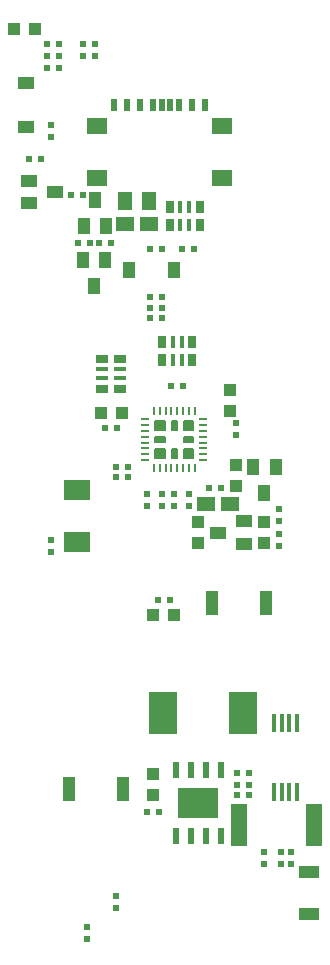
<source format=gbr>
G04 #@! TF.GenerationSoftware,KiCad,Pcbnew,5.1.0-rc2-unknown-036be7d~80~ubuntu16.04.1*
G04 #@! TF.CreationDate,2021-12-23T14:11:39+02:00*
G04 #@! TF.ProjectId,ESP32-PoE-ISO_Rev_I,45535033-322d-4506-9f45-2d49534f5f52,I*
G04 #@! TF.SameCoordinates,Original*
G04 #@! TF.FileFunction,Paste,Bot*
G04 #@! TF.FilePolarity,Positive*
%FSLAX46Y46*%
G04 Gerber Fmt 4.6, Leading zero omitted, Abs format (unit mm)*
G04 Created by KiCad (PCBNEW 5.1.0-rc2-unknown-036be7d~80~ubuntu16.04.1) date 2021-12-23 14:11:39*
%MOMM*%
%LPD*%
G04 APERTURE LIST*
%ADD10C,0.200000*%
%ADD11R,1.016000X1.016000*%
%ADD12R,0.500000X0.550000*%
%ADD13R,1.016000X2.032000*%
%ADD14R,2.400000X3.600000*%
%ADD15R,0.550000X0.500000*%
%ADD16R,1.270000X1.524000*%
%ADD17R,1.400000X1.000000*%
%ADD18R,1.000000X1.400000*%
%ADD19R,1.524000X1.270000*%
%ADD20R,1.778000X1.016000*%
%ADD21R,0.500000X1.000000*%
%ADD22R,1.754000X1.454000*%
%ADD23R,0.381000X1.016000*%
%ADD24R,0.635000X1.016000*%
%ADD25R,0.230000X0.780000*%
%ADD26R,0.780000X0.230000*%
%ADD27R,1.016000X0.381000*%
%ADD28R,1.016000X0.635000*%
%ADD29R,2.286000X1.778000*%
%ADD30R,0.350000X1.500000*%
%ADD31R,3.500000X2.600000*%
%ADD32R,0.600000X1.400000*%
%ADD33R,1.454000X3.654001*%
G04 APERTURE END LIST*
D10*
X107010000Y-137706000D02*
X107010000Y-138506000D01*
X106210000Y-137706000D02*
X107010000Y-137706000D01*
X106210000Y-138506000D02*
X106210000Y-137706000D01*
X107010000Y-138506000D02*
X106210000Y-138506000D01*
X107010000Y-138406000D02*
X106210000Y-138406000D01*
X107010000Y-138306000D02*
X106210000Y-138306000D01*
X107010000Y-138206000D02*
X106210000Y-138206000D01*
X107010000Y-138106000D02*
X106210000Y-138106000D01*
X107010000Y-138006000D02*
X106210000Y-138006000D01*
X107010000Y-137906000D02*
X106210000Y-137906000D01*
X107010000Y-137806000D02*
X106210000Y-137806000D01*
X104610000Y-137806000D02*
X103810000Y-137806000D01*
X104610000Y-137906000D02*
X103810000Y-137906000D01*
X104610000Y-138006000D02*
X103810000Y-138006000D01*
X104610000Y-138106000D02*
X103810000Y-138106000D01*
X104610000Y-138206000D02*
X103810000Y-138206000D01*
X104610000Y-138306000D02*
X103810000Y-138306000D01*
X104610000Y-138406000D02*
X103810000Y-138406000D01*
X104610000Y-138506000D02*
X103810000Y-138506000D01*
X103810000Y-138506000D02*
X103810000Y-137706000D01*
X103810000Y-137706000D02*
X104610000Y-137706000D01*
X104610000Y-137706000D02*
X104610000Y-138506000D01*
X107010000Y-135406000D02*
X106210000Y-135406000D01*
X107010000Y-135506000D02*
X106210000Y-135506000D01*
X107010000Y-135606000D02*
X106210000Y-135606000D01*
X107010000Y-135706000D02*
X106210000Y-135706000D01*
X107010000Y-135806000D02*
X106210000Y-135806000D01*
X107010000Y-135906000D02*
X106210000Y-135906000D01*
X107010000Y-136006000D02*
X106210000Y-136006000D01*
X107010000Y-136106000D02*
X106210000Y-136106000D01*
X106210000Y-136106000D02*
X106210000Y-135306000D01*
X106210000Y-135306000D02*
X107010000Y-135306000D01*
X107010000Y-135306000D02*
X107010000Y-136106000D01*
X104610000Y-135306000D02*
X104610000Y-136106000D01*
X103810000Y-135306000D02*
X104610000Y-135306000D01*
X103810000Y-136106000D02*
X103810000Y-135306000D01*
X104610000Y-136106000D02*
X103810000Y-136106000D01*
X104610000Y-136006000D02*
X103810000Y-136006000D01*
X104610000Y-135906000D02*
X103810000Y-135906000D01*
X104610000Y-135806000D02*
X103810000Y-135806000D01*
X104610000Y-135706000D02*
X103810000Y-135706000D01*
X104610000Y-135606000D02*
X103810000Y-135606000D01*
X104610000Y-135506000D02*
X103810000Y-135506000D01*
X104610000Y-135406000D02*
X103810000Y-135406000D01*
X105210000Y-138506000D02*
X105610000Y-138506000D01*
X105210000Y-137706000D02*
X105210000Y-138506000D01*
X105610000Y-137706000D02*
X105210000Y-137706000D01*
X105610000Y-138506000D02*
X105610000Y-137706000D01*
X105510000Y-138506000D02*
X105510000Y-137706000D01*
X105410000Y-138506000D02*
X105410000Y-137706000D01*
X105310000Y-138506000D02*
X105310000Y-137706000D01*
X105310000Y-136106000D02*
X105310000Y-135306000D01*
X105410000Y-136106000D02*
X105410000Y-135306000D01*
X105510000Y-136106000D02*
X105510000Y-135306000D01*
X105610000Y-136106000D02*
X105610000Y-135306000D01*
X105610000Y-135306000D02*
X105210000Y-135306000D01*
X105210000Y-135306000D02*
X105210000Y-136106000D01*
X105210000Y-136106000D02*
X105610000Y-136106000D01*
X107010000Y-136706000D02*
X107010000Y-137106000D01*
X106210000Y-136706000D02*
X107010000Y-136706000D01*
X106210000Y-137106000D02*
X106210000Y-136706000D01*
X107010000Y-137106000D02*
X106210000Y-137106000D01*
X107010000Y-137006000D02*
X106210000Y-137006000D01*
X106210000Y-136906000D02*
X107010000Y-136906000D01*
X107010000Y-136806000D02*
X106210000Y-136806000D01*
X104610000Y-136806000D02*
X103810000Y-136806000D01*
X103810000Y-136906000D02*
X104610000Y-136906000D01*
X104610000Y-137006000D02*
X103810000Y-137006000D01*
X104610000Y-137106000D02*
X103810000Y-137106000D01*
X103810000Y-137106000D02*
X103810000Y-136706000D01*
X103810000Y-136706000D02*
X104610000Y-136706000D01*
X104610000Y-136706000D02*
X104610000Y-137106000D01*
D11*
X91821000Y-102108000D03*
X93599000Y-102108000D03*
D12*
X97663000Y-103378000D03*
X98679000Y-103378000D03*
D13*
X101092000Y-166497000D03*
X96520000Y-166497000D03*
X113157000Y-150749000D03*
X108585000Y-150749000D03*
D14*
X104423000Y-160020000D03*
X111223000Y-160020000D03*
D15*
X94996000Y-145415000D03*
X94996000Y-146431000D03*
D12*
X94615000Y-104394000D03*
X95631000Y-104394000D03*
X94615000Y-103378000D03*
X95631000Y-103378000D03*
X95631000Y-105410000D03*
X94615000Y-105410000D03*
D11*
X105410000Y-151765000D03*
X103632000Y-151765000D03*
D15*
X114300000Y-142748000D03*
X114300000Y-143764000D03*
D11*
X113030000Y-143891000D03*
X113030000Y-145669000D03*
D16*
X103251000Y-116713000D03*
X101219000Y-116713000D03*
D12*
X106172000Y-132334000D03*
X105156000Y-132334000D03*
X99568000Y-135890000D03*
X100584000Y-135890000D03*
X101473000Y-139192000D03*
X100457000Y-139192000D03*
X109347000Y-140970000D03*
X108331000Y-140970000D03*
X94107000Y-113157000D03*
X93091000Y-113157000D03*
D15*
X94996000Y-111252000D03*
X94996000Y-110236000D03*
D12*
X104394000Y-126619000D03*
X103378000Y-126619000D03*
X104394000Y-124841000D03*
X103378000Y-124841000D03*
X104394000Y-120777000D03*
X103378000Y-120777000D03*
X104394000Y-125730000D03*
X103378000Y-125730000D03*
X100457000Y-140081000D03*
X101473000Y-140081000D03*
D15*
X110617000Y-136525000D03*
X110617000Y-135509000D03*
X105410000Y-141478000D03*
X105410000Y-142494000D03*
X106680000Y-142494000D03*
X106680000Y-141478000D03*
X103124000Y-142494000D03*
X103124000Y-141478000D03*
X104394000Y-142494000D03*
X104394000Y-141478000D03*
X114300000Y-145923000D03*
X114300000Y-144907000D03*
D12*
X105029000Y-150495000D03*
X104013000Y-150495000D03*
X96647000Y-116205000D03*
X97663000Y-116205000D03*
D17*
X111343440Y-143830040D03*
X111343440Y-145732500D03*
X109133640Y-144777460D03*
D18*
X99628960Y-118836440D03*
X97726500Y-118836440D03*
X98681540Y-116626640D03*
D19*
X101219000Y-118618000D03*
X103251000Y-118618000D03*
D20*
X116840000Y-177038000D03*
X116840000Y-173482000D03*
D21*
X100290000Y-108587000D03*
X101390000Y-108587000D03*
X102490000Y-108587000D03*
X103590000Y-108587000D03*
X104340000Y-108587000D03*
X105040000Y-108587000D03*
X105790000Y-108587000D03*
X106890000Y-108587000D03*
X107990000Y-108587000D03*
D22*
X109440000Y-110337000D03*
X98840000Y-110337000D03*
X109440000Y-114787000D03*
X98840000Y-114787000D03*
D11*
X110109000Y-134493000D03*
X110109000Y-132715000D03*
X99187000Y-134620000D03*
X100965000Y-134620000D03*
X107442000Y-143891000D03*
X107442000Y-145669000D03*
X110617000Y-140843000D03*
X110617000Y-139065000D03*
D23*
X106045000Y-128651000D03*
X105283000Y-128651000D03*
X106045000Y-130175000D03*
X105283000Y-130175000D03*
D24*
X106934000Y-128651000D03*
X106934000Y-130175000D03*
X104394000Y-128651000D03*
X104394000Y-130175000D03*
D18*
X97663000Y-121666000D03*
X99565460Y-121666000D03*
X98610420Y-123875800D03*
D19*
X110109000Y-142367000D03*
X108077000Y-142367000D03*
D12*
X98679000Y-104394000D03*
X97663000Y-104394000D03*
D18*
X105405000Y-122555000D03*
X101605000Y-122555000D03*
D12*
X106045000Y-120777000D03*
X107061000Y-120777000D03*
D25*
X103660000Y-139356000D03*
X104160000Y-139356000D03*
X104660000Y-139356000D03*
X105160000Y-139356000D03*
X105660000Y-139356000D03*
X106160000Y-139356000D03*
X106660000Y-139356000D03*
X107160000Y-139356000D03*
D26*
X107860000Y-138656000D03*
X107860000Y-138156000D03*
X107860000Y-137656000D03*
X107860000Y-137156000D03*
X107860000Y-136656000D03*
X107860000Y-136156000D03*
X107860000Y-135656000D03*
X107860000Y-135156000D03*
D25*
X107160000Y-134456000D03*
X106660000Y-134456000D03*
X106160000Y-134456000D03*
X105660000Y-134456000D03*
X105160000Y-134456000D03*
X104660000Y-134456000D03*
X104160000Y-134456000D03*
X103660000Y-134456000D03*
D26*
X102960000Y-135156000D03*
X102960000Y-135656000D03*
X102960000Y-136156000D03*
X102960000Y-136656000D03*
X102960000Y-137156000D03*
X102960000Y-137656000D03*
X102960000Y-138156000D03*
X102960000Y-138656000D03*
D12*
X100076000Y-120269000D03*
X99060000Y-120269000D03*
X98298000Y-120269000D03*
X97282000Y-120269000D03*
D17*
X95334000Y-115951000D03*
X93134000Y-115001000D03*
X93134000Y-116901000D03*
D18*
X113027460Y-141437360D03*
X113982500Y-139227560D03*
X112080040Y-139227560D03*
D24*
X105029000Y-118745000D03*
X105029000Y-117221000D03*
X107569000Y-118745000D03*
X107569000Y-117221000D03*
D23*
X105918000Y-118745000D03*
X106680000Y-118745000D03*
X105918000Y-117221000D03*
X106680000Y-117221000D03*
D27*
X99314000Y-130937000D03*
X99314000Y-131699000D03*
X100838000Y-130937000D03*
X100838000Y-131699000D03*
D28*
X99314000Y-130048000D03*
X100838000Y-130048000D03*
X99314000Y-132588000D03*
X100838000Y-132588000D03*
D29*
X97155000Y-145560000D03*
X97155000Y-141206000D03*
D17*
X92837000Y-110485000D03*
X92837000Y-106685000D03*
D15*
X100457000Y-175514000D03*
X100457000Y-176530000D03*
X98044000Y-179197000D03*
X98044000Y-178181000D03*
D12*
X111760000Y-167005000D03*
X110744000Y-167005000D03*
D15*
X113030000Y-171831000D03*
X113030000Y-172847000D03*
X115316000Y-172847000D03*
X115316000Y-171831000D03*
X114427000Y-172847000D03*
X114427000Y-171831000D03*
D12*
X103124000Y-168402000D03*
X104140000Y-168402000D03*
X110744000Y-165100000D03*
X111760000Y-165100000D03*
X111760000Y-166116000D03*
X110744000Y-166116000D03*
D30*
X115783000Y-160880000D03*
X115133000Y-160880000D03*
X114483000Y-160880000D03*
X113833000Y-160880000D03*
X113833000Y-166780000D03*
X114483000Y-166780000D03*
X115133000Y-166780000D03*
X115783000Y-166780000D03*
D31*
X107442000Y-167646000D03*
D32*
X105537000Y-170446000D03*
X106807000Y-170446000D03*
X108077000Y-170446000D03*
X109347000Y-170446000D03*
X109347000Y-164846000D03*
X108077000Y-164846000D03*
X106807000Y-164846000D03*
X105537000Y-164846000D03*
D11*
X103632000Y-165227000D03*
X103632000Y-167005000D03*
D33*
X117196000Y-169545000D03*
X110896000Y-169545000D03*
M02*

</source>
